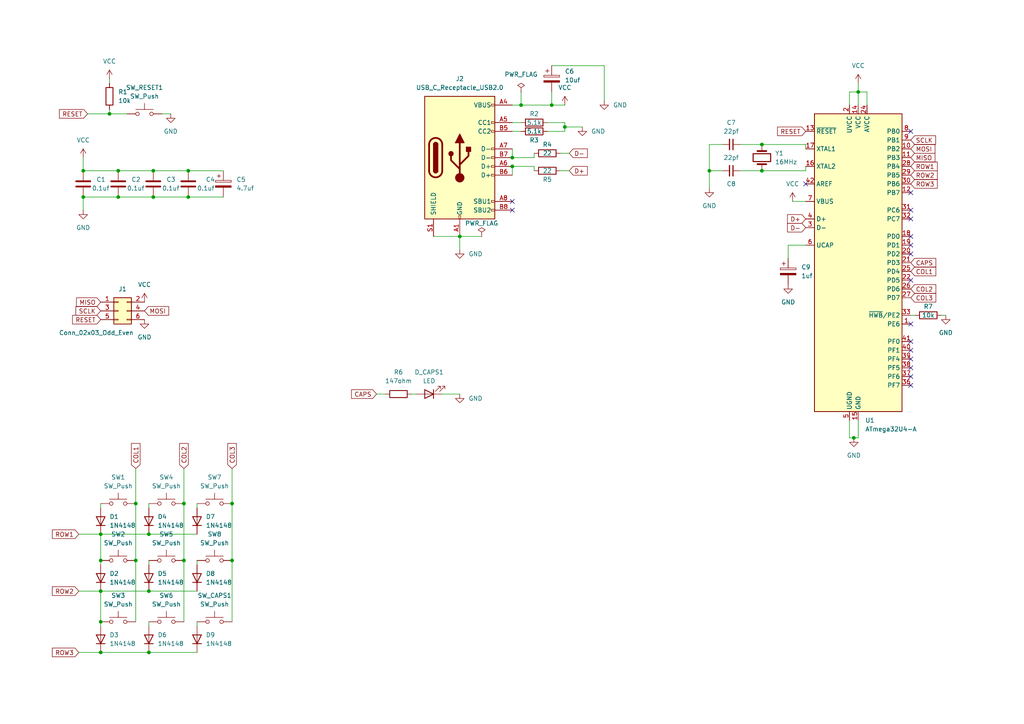
<source format=kicad_sch>
(kicad_sch (version 20211123) (generator eeschema)
  (paper "A4")
  (lib_symbols
    (symbol "Connector:USB_C_Receptacle_USB2.0" (pin_names (offset 1.016))
      (property "Reference" "J" (at -10.16 19.05 0))
      (property "Value" "USB_C_Receptacle_USB2.0" (at 19.05 19.05 0))
      (symbol "USB_C_Receptacle_USB2.0_0_0"
        (rectangle (start -0.254 -17.78) (end 0.254 -16.764))
        (rectangle (start 10.16 -14.986) (end 9.144 -15.494))
        (rectangle (start 10.16 -12.446) (end 9.144 -12.954))
        (rectangle (start 10.16 -4.826) (end 9.144 -5.334))
        (rectangle (start 10.16 -2.286) (end 9.144 -2.794))
        (rectangle (start 10.16 0.254) (end 9.144 -0.254))
        (rectangle (start 10.16 2.794) (end 9.144 2.286))
        (rectangle (start 10.16 7.874) (end 9.144 7.366))
        (rectangle (start 10.16 10.414) (end 9.144 9.906))
        (rectangle (start 10.16 15.494) (end 9.144 14.986))
      )
      (symbol "USB_C_Receptacle_USB2.0_0_1"
        (rectangle (start -10.16 17.78) (end 10.16 -17.78) (stroke (width 0.254)) (fill (type background)))
        (arc (start -8.89 -3.81) (mid -6.985 -5.715) (end -5.08 -3.81) (stroke (width 0.508)))
        (arc (start -7.62 -3.81) (mid -6.985 -4.445) (end -6.35 -3.81) (stroke (width 0.254)))
        (arc (start -7.62 -3.81) (mid -6.985 -4.445) (end -6.35 -3.81) (stroke (width 0.254)) (fill (type outline)))
        (rectangle (start -7.62 -3.81) (end -6.35 3.81) (stroke (width 0.254)) (fill (type outline)))
        (arc (start -6.35 3.81) (mid -6.985 4.445) (end -7.62 3.81) (stroke (width 0.254)))
        (arc (start -6.35 3.81) (mid -6.985 4.445) (end -7.62 3.81) (stroke (width 0.254)) (fill (type outline)))
        (arc (start -5.08 3.81) (mid -6.985 5.715) (end -8.89 3.81) (stroke (width 0.508)))
        (circle (center -2.54 1.143) (radius 0.635) (stroke (width 0.254)) (fill (type outline)))
        (circle (center 0 -5.842) (radius 1.27) (fill (type outline)))
        (polyline (pts (xy -8.89 -3.81) (xy -8.89 3.81)) (stroke (width 0.508)))
        (polyline (pts (xy -5.08 3.81) (xy -5.08 -3.81)) (stroke (width 0.508)))
        (polyline (pts (xy 0 -5.842) (xy 0 4.318)) (stroke (width 0.508)))
        (polyline (pts (xy 0 -3.302) (xy -2.54 -0.762) (xy -2.54 0.508)) (stroke (width 0.508)))
        (polyline (pts (xy 0 -2.032) (xy 2.54 0.508) (xy 2.54 1.778)) (stroke (width 0.508)))
        (polyline (pts (xy -1.27 4.318) (xy 0 6.858) (xy 1.27 4.318) (xy -1.27 4.318)) (stroke (width 0.254)) (fill (type outline)))
        (rectangle (start 1.905 1.778) (end 3.175 3.048) (stroke (width 0.254)) (fill (type outline)))
      )
      (symbol "USB_C_Receptacle_USB2.0_1_1"
        (pin passive line (at 0 -22.86 90) (length 5.08) (name "GND") (number "A1"))
        (pin passive line (at 0 -22.86 90) (length 5.08) hide (name "GND") (number "A12"))
        (pin passive line (at 15.24 15.24 180) (length 5.08) (name "VBUS") (number "A4"))
        (pin bidirectional line (at 15.24 10.16 180) (length 5.08) (name "CC1") (number "A5"))
        (pin bidirectional line (at 15.24 -2.54 180) (length 5.08) (name "D+") (number "A6"))
        (pin bidirectional line (at 15.24 2.54 180) (length 5.08) (name "D-") (number "A7"))
        (pin bidirectional line (at 15.24 -12.7 180) (length 5.08) (name "SBU1") (number "A8"))
        (pin passive line (at 15.24 15.24 180) (length 5.08) hide (name "VBUS") (number "A9"))
        (pin passive line (at 0 -22.86 90) (length 5.08) hide (name "GND") (number "B1"))
        (pin passive line (at 0 -22.86 90) (length 5.08) hide (name "GND") (number "B12"))
        (pin passive line (at 15.24 15.24 180) (length 5.08) hide (name "VBUS") (number "B4"))
        (pin bidirectional line (at 15.24 7.62 180) (length 5.08) (name "CC2") (number "B5"))
        (pin bidirectional line (at 15.24 -5.08 180) (length 5.08) (name "D+") (number "B6"))
        (pin bidirectional line (at 15.24 0 180) (length 5.08) (name "D-") (number "B7"))
        (pin bidirectional line (at 15.24 -15.24 180) (length 5.08) (name "SBU2") (number "B8"))
        (pin passive line (at 15.24 15.24 180) (length 5.08) hide (name "VBUS") (number "B9"))
        (pin passive line (at -7.62 -22.86 90) (length 5.08) (name "SHIELD") (number "S1"))
      )
    )
    (symbol "Connector_Generic:Conn_02x03_Odd_Even" (pin_names (offset 1.016) hide)
      (property "Reference" "J" (at 1.27 5.08 0))
      (property "Value" "Conn_02x03_Odd_Even" (at 1.27 -5.08 0))
      (symbol "Conn_02x03_Odd_Even_1_1"
        (rectangle (start -1.27 -2.413) (end 0 -2.667) (stroke (width 0.1524)))
        (rectangle (start -1.27 0.127) (end 0 -0.127) (stroke (width 0.1524)))
        (rectangle (start -1.27 2.667) (end 0 2.413) (stroke (width 0.1524)))
        (rectangle (start -1.27 3.81) (end 3.81 -3.81) (stroke (width 0.254)) (fill (type background)))
        (rectangle (start 3.81 -2.413) (end 2.54 -2.667) (stroke (width 0.1524)))
        (rectangle (start 3.81 0.127) (end 2.54 -0.127) (stroke (width 0.1524)))
        (rectangle (start 3.81 2.667) (end 2.54 2.413) (stroke (width 0.1524)))
        (pin passive line (at -5.08 2.54 0) (length 3.81) (name "Pin_1") (number "1"))
        (pin passive line (at 7.62 2.54 180) (length 3.81) (name "Pin_2") (number "2"))
        (pin passive line (at -5.08 0 0) (length 3.81) (name "Pin_3") (number "3"))
        (pin passive line (at 7.62 0 180) (length 3.81) (name "Pin_4") (number "4"))
        (pin passive line (at -5.08 -2.54 0) (length 3.81) (name "Pin_5") (number "5"))
        (pin passive line (at 7.62 -2.54 180) (length 3.81) (name "Pin_6") (number "6"))
      )
    )
    (symbol "Device:C" (pin_numbers hide) (pin_names (offset 0.254))
      (property "Reference" "C" (at 0.635 2.54 0))
      (property "Value" "C" (at 0.635 -2.54 0))
      (symbol "C_0_1"
        (polyline (pts (xy -2.032 -0.762) (xy 2.032 -0.762)) (stroke (width 0.508)))
        (polyline (pts (xy -2.032 0.762) (xy 2.032 0.762)) (stroke (width 0.508)))
      )
      (symbol "C_1_1"
        (pin passive line (at 0 3.81 270) (length 2.794) (name "~") (number "1"))
        (pin passive line (at 0 -3.81 90) (length 2.794) (name "~") (number "2"))
      )
    )
    (symbol "Device:C_Polarized" (pin_numbers hide) (pin_names (offset 0.254))
      (property "Reference" "C" (at 0.635 2.54 0))
      (property "Value" "C_Polarized" (at 0.635 -2.54 0))
      (symbol "C_Polarized_0_1"
        (rectangle (start -2.286 0.508) (end 2.286 1.016))
        (polyline (pts (xy -1.778 2.286) (xy -0.762 2.286)))
        (polyline (pts (xy -1.27 2.794) (xy -1.27 1.778)))
        (rectangle (start 2.286 -0.508) (end -2.286 -1.016) (fill (type outline)))
      )
      (symbol "C_Polarized_1_1"
        (pin passive line (at 0 3.81 270) (length 2.794) (name "~") (number "1"))
        (pin passive line (at 0 -3.81 90) (length 2.794) (name "~") (number "2"))
      )
    )
    (symbol "Device:C_Small" (pin_numbers hide) (pin_names (offset 0.254) hide)
      (property "Reference" "C" (at 0.254 1.778 0))
      (property "Value" "C_Small" (at 0.254 -2.032 0))
      (symbol "C_Small_0_1"
        (polyline (pts (xy -1.524 -0.508) (xy 1.524 -0.508)) (stroke (width 0.3302)))
        (polyline (pts (xy -1.524 0.508) (xy 1.524 0.508)) (stroke (width 0.3048)))
      )
      (symbol "C_Small_1_1"
        (pin passive line (at 0 2.54 270) (length 2.032) (name "~") (number "1"))
        (pin passive line (at 0 -2.54 90) (length 2.032) (name "~") (number "2"))
      )
    )
    (symbol "Device:Crystal" (pin_numbers hide) (pin_names (offset 1.016) hide)
      (property "Reference" "Y" (at 0 3.81 0))
      (property "Value" "Crystal" (at 0 -3.81 0))
      (symbol "Crystal_0_1"
        (rectangle (start -1.143 2.54) (end 1.143 -2.54) (stroke (width 0.3048)))
        (polyline (pts (xy -2.54 0) (xy -1.905 0)))
        (polyline (pts (xy -1.905 -1.27) (xy -1.905 1.27)) (stroke (width 0.508)))
        (polyline (pts (xy 1.905 -1.27) (xy 1.905 1.27)) (stroke (width 0.508)))
        (polyline (pts (xy 2.54 0) (xy 1.905 0)))
      )
      (symbol "Crystal_1_1"
        (pin passive line (at -3.81 0 0) (length 1.27) (name "1") (number "1"))
        (pin passive line (at 3.81 0 180) (length 1.27) (name "2") (number "2"))
      )
    )
    (symbol "Device:LED" (pin_numbers hide) (pin_names (offset 1.016) hide)
      (property "Reference" "D" (at 0 2.54 0))
      (property "Value" "LED" (at 0 -2.54 0))
      (symbol "LED_0_1"
        (polyline (pts (xy -1.27 -1.27) (xy -1.27 1.27)) (stroke (width 0.254)))
        (polyline (pts (xy -1.27 0) (xy 1.27 0)))
        (polyline (pts (xy 1.27 -1.27) (xy 1.27 1.27) (xy -1.27 0) (xy 1.27 -1.27)) (stroke (width 0.254)))
        (polyline (pts (xy -3.048 -0.762) (xy -4.572 -2.286) (xy -3.81 -2.286) (xy -4.572 -2.286) (xy -4.572 -1.524)))
        (polyline (pts (xy -1.778 -0.762) (xy -3.302 -2.286) (xy -2.54 -2.286) (xy -3.302 -2.286) (xy -3.302 -1.524)))
      )
      (symbol "LED_1_1"
        (pin passive line (at -3.81 0 0) (length 2.54) (name "K") (number "1"))
        (pin passive line (at 3.81 0 180) (length 2.54) (name "A") (number "2"))
      )
    )
    (symbol "Device:R" (pin_numbers hide) (pin_names (offset 0))
      (property "Reference" "R" (at 2.032 0 90))
      (property "Value" "R" (at 0 0 90))
      (symbol "R_0_1"
        (rectangle (start -1.016 -2.54) (end 1.016 2.54) (stroke (width 0.254)))
      )
      (symbol "R_1_1"
        (pin passive line (at 0 3.81 270) (length 1.27) (name "~") (number "1"))
        (pin passive line (at 0 -3.81 90) (length 1.27) (name "~") (number "2"))
      )
    )
    (symbol "Diode:1N4148" (pin_numbers hide) (pin_names hide)
      (property "Reference" "D" (at 0 2.54 0))
      (property "Value" "1N4148" (at 0 -2.54 0))
      (symbol "1N4148_0_1"
        (polyline (pts (xy -1.27 1.27) (xy -1.27 -1.27)) (stroke (width 0.254)))
        (polyline (pts (xy 1.27 0) (xy -1.27 0)))
        (polyline (pts (xy 1.27 1.27) (xy 1.27 -1.27) (xy -1.27 0) (xy 1.27 1.27)) (stroke (width 0.254)))
      )
      (symbol "1N4148_1_1"
        (pin passive line (at -3.81 0 0) (length 2.54) (name "K") (number "1"))
        (pin passive line (at 3.81 0 180) (length 2.54) (name "A") (number "2"))
      )
    )
    (symbol "MCU_Microchip_ATmega:ATmega32U4-A"
      (property "Reference" "U" (at -12.7 44.45 0))
      (property "Value" "ATmega32U4-A" (at 2.54 -44.45 0))
      (symbol "ATmega32U4-A_0_1"
        (rectangle (start -12.7 -43.18) (end 12.7 43.18) (stroke (width 0.254)) (fill (type background)))
      )
      (symbol "ATmega32U4-A_1_1"
        (pin bidirectional line (at 15.24 -17.78 180) (length 2.54) (name "PE6") (number "1"))
        (pin bidirectional line (at 15.24 33.02 180) (length 2.54) (name "PB2") (number "10"))
        (pin bidirectional line (at 15.24 30.48 180) (length 2.54) (name "PB3") (number "11"))
        (pin bidirectional line (at 15.24 20.32 180) (length 2.54) (name "PB7") (number "12"))
        (pin input line (at -15.24 38.1 0) (length 2.54) (name "~{RESET}") (number "13"))
        (pin power_in line (at 0 45.72 270) (length 2.54) (name "VCC") (number "14"))
        (pin power_in line (at 0 -45.72 90) (length 2.54) (name "GND") (number "15"))
        (pin output line (at -15.24 27.94 0) (length 2.54) (name "XTAL2") (number "16"))
        (pin input line (at -15.24 33.02 0) (length 2.54) (name "XTAL1") (number "17"))
        (pin bidirectional line (at 15.24 7.62 180) (length 2.54) (name "PD0") (number "18"))
        (pin bidirectional line (at 15.24 5.08 180) (length 2.54) (name "PD1") (number "19"))
        (pin power_in line (at -2.54 45.72 270) (length 2.54) (name "UVCC") (number "2"))
        (pin bidirectional line (at 15.24 2.54 180) (length 2.54) (name "PD2") (number "20"))
        (pin bidirectional line (at 15.24 0 180) (length 2.54) (name "PD3") (number "21"))
        (pin bidirectional line (at 15.24 -5.08 180) (length 2.54) (name "PD5") (number "22"))
        (pin passive line (at 0 -45.72 90) (length 2.54) hide (name "GND") (number "23"))
        (pin power_in line (at 2.54 45.72 270) (length 2.54) (name "AVCC") (number "24"))
        (pin bidirectional line (at 15.24 -2.54 180) (length 2.54) (name "PD4") (number "25"))
        (pin bidirectional line (at 15.24 -7.62 180) (length 2.54) (name "PD6") (number "26"))
        (pin bidirectional line (at 15.24 -10.16 180) (length 2.54) (name "PD7") (number "27"))
        (pin bidirectional line (at 15.24 27.94 180) (length 2.54) (name "PB4") (number "28"))
        (pin bidirectional line (at 15.24 25.4 180) (length 2.54) (name "PB5") (number "29"))
        (pin bidirectional line (at -15.24 10.16 0) (length 2.54) (name "D-") (number "3"))
        (pin bidirectional line (at 15.24 22.86 180) (length 2.54) (name "PB6") (number "30"))
        (pin bidirectional line (at 15.24 15.24 180) (length 2.54) (name "PC6") (number "31"))
        (pin bidirectional line (at 15.24 12.7 180) (length 2.54) (name "PC7") (number "32"))
        (pin bidirectional line (at 15.24 -15.24 180) (length 2.54) (name "~{HWB}/PE2") (number "33"))
        (pin passive line (at 0 45.72 270) (length 2.54) hide (name "VCC") (number "34"))
        (pin passive line (at 0 -45.72 90) (length 2.54) hide (name "GND") (number "35"))
        (pin bidirectional line (at 15.24 -35.56 180) (length 2.54) (name "PF7") (number "36"))
        (pin bidirectional line (at 15.24 -33.02 180) (length 2.54) (name "PF6") (number "37"))
        (pin bidirectional line (at 15.24 -30.48 180) (length 2.54) (name "PF5") (number "38"))
        (pin bidirectional line (at 15.24 -27.94 180) (length 2.54) (name "PF4") (number "39"))
        (pin bidirectional line (at -15.24 12.7 0) (length 2.54) (name "D+") (number "4"))
        (pin bidirectional line (at 15.24 -25.4 180) (length 2.54) (name "PF1") (number "40"))
        (pin bidirectional line (at 15.24 -22.86 180) (length 2.54) (name "PF0") (number "41"))
        (pin passive line (at -15.24 22.86 0) (length 2.54) (name "AREF") (number "42"))
        (pin passive line (at 0 -45.72 90) (length 2.54) hide (name "GND") (number "43"))
        (pin passive line (at 2.54 45.72 270) (length 2.54) hide (name "AVCC") (number "44"))
        (pin passive line (at -2.54 -45.72 90) (length 2.54) (name "UGND") (number "5"))
        (pin passive line (at -15.24 5.08 0) (length 2.54) (name "UCAP") (number "6"))
        (pin input line (at -15.24 17.78 0) (length 2.54) (name "VBUS") (number "7"))
        (pin bidirectional line (at 15.24 38.1 180) (length 2.54) (name "PB0") (number "8"))
        (pin bidirectional line (at 15.24 35.56 180) (length 2.54) (name "PB1") (number "9"))
      )
    )
    (symbol "Switch:SW_Push" (pin_numbers hide) (pin_names (offset 1.016) hide)
      (property "Reference" "SW" (at 1.27 2.54 0))
      (property "Value" "SW_Push" (at 0 -1.524 0))
      (symbol "SW_Push_0_1"
        (circle (center -2.032 0) (radius 0.508))
        (polyline (pts (xy 0 1.27) (xy 0 3.048)))
        (polyline (pts (xy 2.54 1.27) (xy -2.54 1.27)))
        (circle (center 2.032 0) (radius 0.508))
        (pin passive line (at -5.08 0 0) (length 2.54) (name "1") (number "1"))
        (pin passive line (at 5.08 0 180) (length 2.54) (name "2") (number "2"))
      )
    )
    (symbol "power:GND" (power) (pin_names (offset 0))
      (property "Value" "GND" (at 0 -3.81 0))
      (symbol "GND_0_1"
        (polyline (pts (xy 0 0) (xy 0 -1.27) (xy 1.27 -1.27) (xy 0 -2.54) (xy -1.27 -1.27) (xy 0 -1.27)))
      )
      (symbol "GND_1_1"
        (pin power_in line (at 0 0 270) (length 0) hide (name "GND") (number "1"))
      )
    )
    (symbol "power:PWR_FLAG" (power) (pin_numbers hide) (pin_names (offset 0) hide)
      (property "Value" "PWR_FLAG" (at 0 3.81 0))
      (symbol "PWR_FLAG_0_0"
        (pin power_out line (at 0 0 90) (length 0) (name "pwr") (number "1"))
      )
      (symbol "PWR_FLAG_0_1"
        (polyline (pts (xy 0 0) (xy 0 1.27) (xy -1.016 1.905) (xy 0 2.54) (xy 1.016 1.905) (xy 0 1.27)))
      )
    )
    (symbol "power:VCC" (power) (pin_names (offset 0))
      (property "Value" "VCC" (at 0 3.81 0))
      (symbol "VCC_0_1"
        (polyline (pts (xy -0.762 1.27) (xy 0 2.54)))
        (polyline (pts (xy 0 0) (xy 0 2.54)))
        (polyline (pts (xy 0 2.54) (xy 0.762 1.27)))
      )
      (symbol "VCC_1_1"
        (pin power_in line (at 0 0 90) (length 0) hide (name "VCC") (number "1"))
      )
    )
  )
  (junction (at 220.98 41.91))
  (junction (at 29.21 189.23))
  (junction (at 247.65 127))
  (junction (at 67.31 146.05))
  (junction (at 148.59 45.72))
  (junction (at 39.37 146.05))
  (junction (at 248.92 26.67))
  (junction (at 29.21 171.45))
  (junction (at 43.18 189.23))
  (junction (at 54.61 57.15))
  (junction (at 54.61 49.53))
  (junction (at 31.75 33.02))
  (junction (at 39.37 162.56))
  (junction (at 163.83 36.83))
  (junction (at 205.74 49.53))
  (junction (at 24.13 49.53))
  (junction (at 151.13 30.48))
  (junction (at 53.34 162.56))
  (junction (at 29.21 180.34))
  (junction (at 44.45 49.53))
  (junction (at 160.02 30.48))
  (junction (at 24.13 57.15))
  (junction (at 43.18 154.94))
  (junction (at 148.59 48.26))
  (junction (at 67.31 162.56))
  (junction (at 53.34 146.05))
  (junction (at 220.98 49.53))
  (junction (at 44.45 57.15))
  (junction (at 29.21 162.56))
  (junction (at 34.29 57.15))
  (junction (at 29.21 154.94))
  (junction (at 133.35 68.58))
  (junction (at 34.29 49.53))
  (junction (at 43.18 171.45))
  (no_connect (at 148.59 60.96))
  (no_connect (at 148.59 58.42))
  (no_connect (at 264.16 101.6))
  (no_connect (at 264.16 104.14))
  (no_connect (at 264.16 106.68))
  (no_connect (at 264.16 109.22))
  (no_connect (at 264.16 99.06))
  (no_connect (at 264.16 81.28))
  (no_connect (at 264.16 63.5))
  (no_connect (at 264.16 68.58))
  (no_connect (at 264.16 71.12))
  (no_connect (at 264.16 73.66))
  (no_connect (at 264.16 93.98))
  (no_connect (at 264.16 111.76))
  (no_connect (at 233.68 53.34))
  (no_connect (at 264.16 38.1))
  (no_connect (at 264.16 60.96))
  (no_connect (at 264.16 55.88))
  (wire (pts (xy 29.21 189.23) (xy 43.18 189.23)))
  (wire (pts (xy 39.37 146.05) (xy 39.37 162.56)))
  (wire (pts (xy 246.38 127) (xy 247.65 127)))
  (wire (pts (xy 53.34 162.56) (xy 53.34 180.34)))
  (wire (pts (xy 233.68 41.91) (xy 220.98 41.91)))
  (wire (pts (xy 214.63 41.91) (xy 220.98 41.91)))
  (wire (pts (xy 148.59 35.56) (xy 151.13 35.56)))
  (wire (pts (xy 67.31 146.05) (xy 67.31 162.56)))
  (wire (pts (xy 148.59 48.26) (xy 148.59 50.8)))
  (wire (pts (xy 148.59 48.26) (xy 154.94 48.26)))
  (wire (pts (xy 151.13 26.67) (xy 151.13 30.48)))
  (wire (pts (xy 67.31 135.89) (xy 67.31 146.05)))
  (wire (pts (xy 246.38 30.48) (xy 246.38 26.67)))
  (wire (pts (xy 39.37 135.89) (xy 39.37 146.05)))
  (wire (pts (xy 43.18 180.34) (xy 43.18 181.61)))
  (wire (pts (xy 29.21 162.56) (xy 29.21 163.83)))
  (wire (pts (xy 160.02 19.05) (xy 175.26 19.05)))
  (wire (pts (xy 39.37 162.56) (xy 39.37 180.34)))
  (wire (pts (xy 251.46 30.48) (xy 251.46 26.67)))
  (wire (pts (xy 158.75 35.56) (xy 163.83 35.56)))
  (wire (pts (xy 29.21 154.94) (xy 29.21 162.56)))
  (wire (pts (xy 248.92 26.67) (xy 248.92 30.48)))
  (wire (pts (xy 229.87 58.42) (xy 233.68 58.42)))
  (wire (pts (xy 29.21 171.45) (xy 43.18 171.45)))
  (wire (pts (xy 233.68 43.18) (xy 233.68 41.91)))
  (wire (pts (xy 46.99 33.02) (xy 49.53 33.02)))
  (wire (pts (xy 214.63 49.53) (xy 220.98 49.53)))
  (wire (pts (xy 53.34 135.89) (xy 53.34 146.05)))
  (wire (pts (xy 24.13 57.15) (xy 24.13 60.96)))
  (wire (pts (xy 133.35 68.58) (xy 139.7 68.58)))
  (wire (pts (xy 119.38 114.3) (xy 120.65 114.3)))
  (wire (pts (xy 246.38 26.67) (xy 248.92 26.67)))
  (wire (pts (xy 205.74 49.53) (xy 205.74 54.61)))
  (wire (pts (xy 43.18 154.94) (xy 57.15 154.94)))
  (wire (pts (xy 264.16 91.44) (xy 265.43 91.44)))
  (wire (pts (xy 163.83 36.83) (xy 163.83 38.1)))
  (wire (pts (xy 163.83 36.83) (xy 168.91 36.83)))
  (wire (pts (xy 233.68 49.53) (xy 220.98 49.53)))
  (wire (pts (xy 29.21 154.94) (xy 43.18 154.94)))
  (wire (pts (xy 162.56 49.53) (xy 165.1 49.53)))
  (wire (pts (xy 209.55 41.91) (xy 205.74 41.91)))
  (wire (pts (xy 43.18 162.56) (xy 43.18 163.83)))
  (wire (pts (xy 54.61 57.15) (xy 64.77 57.15)))
  (wire (pts (xy 57.15 146.05) (xy 57.15 147.32)))
  (wire (pts (xy 148.59 45.72) (xy 154.94 45.72)))
  (wire (pts (xy 24.13 49.53) (xy 34.29 49.53)))
  (wire (pts (xy 128.27 114.3) (xy 133.35 114.3)))
  (wire (pts (xy 43.18 146.05) (xy 43.18 147.32)))
  (wire (pts (xy 175.26 19.05) (xy 175.26 29.21)))
  (wire (pts (xy 228.6 71.12) (xy 233.68 71.12)))
  (wire (pts (xy 163.83 38.1) (xy 158.75 38.1)))
  (wire (pts (xy 163.83 35.56) (xy 163.83 36.83)))
  (wire (pts (xy 246.38 121.92) (xy 246.38 127)))
  (wire (pts (xy 163.83 30.48) (xy 160.02 30.48)))
  (wire (pts (xy 22.86 189.23) (xy 29.21 189.23)))
  (wire (pts (xy 248.92 121.92) (xy 248.92 127)))
  (wire (pts (xy 29.21 180.34) (xy 29.21 181.61)))
  (wire (pts (xy 228.6 74.93) (xy 228.6 71.12)))
  (wire (pts (xy 154.94 45.72) (xy 154.94 44.45)))
  (wire (pts (xy 43.18 171.45) (xy 57.15 171.45)))
  (wire (pts (xy 151.13 30.48) (xy 148.59 30.48)))
  (wire (pts (xy 31.75 33.02) (xy 36.83 33.02)))
  (wire (pts (xy 22.86 171.45) (xy 29.21 171.45)))
  (wire (pts (xy 160.02 26.67) (xy 160.02 30.48)))
  (wire (pts (xy 233.68 48.26) (xy 233.68 49.53)))
  (wire (pts (xy 44.45 49.53) (xy 54.61 49.53)))
  (wire (pts (xy 109.22 114.3) (xy 111.76 114.3)))
  (wire (pts (xy 154.94 48.26) (xy 154.94 49.53)))
  (wire (pts (xy 29.21 146.05) (xy 29.21 147.32)))
  (wire (pts (xy 165.1 44.45) (xy 162.56 44.45)))
  (wire (pts (xy 31.75 31.75) (xy 31.75 33.02)))
  (wire (pts (xy 31.75 22.86) (xy 31.75 24.13)))
  (wire (pts (xy 57.15 162.56) (xy 57.15 163.83)))
  (wire (pts (xy 133.35 68.58) (xy 133.35 72.39)))
  (wire (pts (xy 22.86 154.94) (xy 29.21 154.94)))
  (wire (pts (xy 57.15 180.34) (xy 57.15 181.61)))
  (wire (pts (xy 25.4 33.02) (xy 31.75 33.02)))
  (wire (pts (xy 43.18 189.23) (xy 57.15 189.23)))
  (wire (pts (xy 125.73 68.58) (xy 133.35 68.58)))
  (wire (pts (xy 151.13 30.48) (xy 160.02 30.48)))
  (wire (pts (xy 205.74 49.53) (xy 209.55 49.53)))
  (wire (pts (xy 248.92 127) (xy 247.65 127)))
  (wire (pts (xy 148.59 38.1) (xy 151.13 38.1)))
  (wire (pts (xy 24.13 45.72) (xy 24.13 49.53)))
  (wire (pts (xy 273.05 91.44) (xy 274.32 91.44)))
  (wire (pts (xy 34.29 57.15) (xy 44.45 57.15)))
  (wire (pts (xy 44.45 57.15) (xy 54.61 57.15)))
  (wire (pts (xy 205.74 41.91) (xy 205.74 49.53)))
  (wire (pts (xy 67.31 162.56) (xy 67.31 180.34)))
  (wire (pts (xy 24.13 57.15) (xy 34.29 57.15)))
  (wire (pts (xy 251.46 26.67) (xy 248.92 26.67)))
  (wire (pts (xy 54.61 49.53) (xy 64.77 49.53)))
  (wire (pts (xy 248.92 24.13) (xy 248.92 26.67)))
  (wire (pts (xy 29.21 171.45) (xy 29.21 180.34)))
  (wire (pts (xy 148.59 43.18) (xy 148.59 45.72)))
  (wire (pts (xy 34.29 49.53) (xy 44.45 49.53)))
  (wire (pts (xy 53.34 146.05) (xy 53.34 162.56)))
  (global_label "MOSI" (shape input) (at 41.91 90.17 0) (property "Intersheet References" "${INTERSHEET_REFS}" (effects hide)))
  (global_label "COL2" (shape input) (at 264.16 83.82 0) (property "Intersheet References" "${INTERSHEET_REFS}" (effects hide)))
  (global_label "RESET" (shape input) (at 29.21 92.71 180) (property "Intersheet References" "${INTERSHEET_REFS}" (effects hide)))
  (global_label "COL1" (shape input) (at 264.16 78.74 0) (property "Intersheet References" "${INTERSHEET_REFS}" (effects hide)))
  (global_label "SCLK" (shape input) (at 29.21 90.17 180) (property "Intersheet References" "${INTERSHEET_REFS}" (effects hide)))
  (global_label "ROW1" (shape input) (at 264.16 48.26 0) (property "Intersheet References" "${INTERSHEET_REFS}" (effects hide)))
  (global_label "ROW2" (shape input) (at 264.16 50.8 0) (property "Intersheet References" "${INTERSHEET_REFS}" (effects hide)))
  (global_label "MISO" (shape input) (at 29.21 87.63 180) (property "Intersheet References" "${INTERSHEET_REFS}" (effects hide)))
  (global_label "COL3" (shape input) (at 67.31 135.89 90) (property "Intersheet References" "${INTERSHEET_REFS}" (effects hide)))
  (global_label "D-" (shape input) (at 165.1 44.45 0) (property "Intersheet References" "${INTERSHEET_REFS}" (effects hide)))
  (global_label "CAPS" (shape input) (at 109.22 114.3 180) (property "Intersheet References" "${INTERSHEET_REFS}" (effects hide)))
  (global_label "SCLK" (shape input) (at 264.16 40.64 0) (property "Intersheet References" "${INTERSHEET_REFS}" (effects hide)))
  (global_label "ROW3" (shape input) (at 22.86 189.23 180) (property "Intersheet References" "${INTERSHEET_REFS}" (effects hide)))
  (global_label "D+" (shape input) (at 233.68 63.5 180) (property "Intersheet References" "${INTERSHEET_REFS}" (effects hide)))
  (global_label "COL1" (shape input) (at 39.37 135.89 90) (property "Intersheet References" "${INTERSHEET_REFS}" (effects hide)))
  (global_label "CAPS" (shape input) (at 264.16 76.2 0) (property "Intersheet References" "${INTERSHEET_REFS}" (effects hide)))
  (global_label "RESET" (shape input) (at 233.68 38.1 180) (property "Intersheet References" "${INTERSHEET_REFS}" (effects hide)))
  (global_label "MOSI" (shape input) (at 264.16 43.18 0) (property "Intersheet References" "${INTERSHEET_REFS}" (effects hide)))
  (global_label "D-" (shape input) (at 233.68 66.04 180) (property "Intersheet References" "${INTERSHEET_REFS}" (effects hide)))
  (global_label "D+" (shape input) (at 165.1 49.53 0) (property "Intersheet References" "${INTERSHEET_REFS}" (effects hide)))
  (global_label "RESET" (shape input) (at 25.4 33.02 180) (property "Intersheet References" "${INTERSHEET_REFS}" (effects hide)))
  (global_label "ROW1" (shape input) (at 22.86 154.94 180) (property "Intersheet References" "${INTERSHEET_REFS}" (effects hide)))
  (global_label "MISO" (shape input) (at 264.16 45.72 0) (property "Intersheet References" "${INTERSHEET_REFS}" (effects hide)))
  (global_label "COL2" (shape input) (at 53.34 135.89 90) (property "Intersheet References" "${INTERSHEET_REFS}" (effects hide)))
  (global_label "ROW2" (shape input) (at 22.86 171.45 180) (property "Intersheet References" "${INTERSHEET_REFS}" (effects hide)))
  (global_label "COL3" (shape input) (at 264.16 86.36 0) (property "Intersheet References" "${INTERSHEET_REFS}" (effects hide)))
  (global_label "ROW3" (shape input) (at 264.16 53.34 0) (property "Intersheet References" "${INTERSHEET_REFS}" (effects hide)))
  (symbol (lib_id "Switch:SW_Push") (at 62.23 146.05 0) (unit 1)
    (property "Reference" "SW7" (at 62.23 138.43 0))
    (property "Value" "SW_Push" (at 62.23 140.97 0))
    (property "Footprint" "Button - Alternate:SW_4-1437565-0" (effects hide))
  )
  (symbol (lib_id "power:GND") (at 49.53 33.02 0) (unit 1)
    (property "Reference" "#PWR06" (effects hide))
    (property "Value" "GND" (at 49.53 38.1 0))
  )
  (symbol (lib_id "Device:C_Small") (at 212.09 49.53 270) (unit 1)
    (property "Reference" "C8" (at 212.09 53.34 90))
    (property "Value" "22pf" (at 212.0836 45.72 90))
    (property "Footprint" "Capacitor_THT:C_Disc_D3.0mm_W1.6mm_P2.50mm" (effects hide))
  )
  (symbol (lib_id "Switch:SW_Push") (at 34.29 162.56 0) (unit 1)
    (property "Reference" "SW2" (at 34.29 154.94 0))
    (property "Value" "SW_Push" (at 34.29 157.48 0))
    (property "Footprint" "Button - Alternate:SW_4-1437565-0" (effects hide))
  )
  (symbol (lib_id "Switch:SW_Push") (at 34.29 180.34 0) (unit 1)
    (property "Reference" "SW3" (at 34.29 172.72 0))
    (property "Value" "SW_Push" (at 34.29 175.26 0))
    (property "Footprint" "Button - Alternate:SW_4-1437565-0" (effects hide))
  )
  (symbol (lib_id "Device:R") (at 154.94 35.56 90) (unit 1)
    (property "Reference" "R2" (at 154.94 33.02 90))
    (property "Value" "5.1k" (at 154.94 35.56 90))
    (property "Footprint" "Resistor_THT:R_Axial_DIN0207_L6.3mm_D2.5mm_P7.62mm_Horizontal" (effects hide))
  )
  (symbol (lib_id "power:GND") (at 41.91 92.71 0) (unit 1)
    (property "Reference" "#PWR05" (effects hide))
    (property "Value" "GND" (at 41.91 97.79 0))
  )
  (symbol (lib_id "Device:C") (at 24.13 53.34 0) (unit 1)
    (property "Reference" "C1" (at 27.94 52.0699 0) (effects (justify left)))
    (property "Value" "0.1uf" (at 26.67 54.61 0) (effects (justify left)))
    (property "Footprint" "Capacitor_THT:C_Rect_L7.0mm_W2.0mm_P5.00mm" (effects hide))
  )
  (symbol (lib_id "power:VCC") (at 163.83 30.48 0) (unit 1)
    (property "Reference" "#PWR08" (effects hide))
    (property "Value" "VCC" (at 163.83 25.4 0))
  )
  (symbol (lib_id "Device:C") (at 34.29 53.34 0) (unit 1)
    (property "Reference" "C2" (at 38.1 52.0699 0) (effects (justify left)))
    (property "Value" "0.1uf" (at 36.83 54.61 0) (effects (justify left)))
    (property "Footprint" "Capacitor_THT:C_Rect_L7.0mm_W2.0mm_P5.00mm" (effects hide))
  )
  (symbol (lib_id "Switch:SW_Push") (at 41.91 33.02 0) (unit 1)
    (property "Reference" "SW_RESET1" (at 41.91 25.4 0))
    (property "Value" "SW_Push" (at 41.91 27.94 0))
    (property "Footprint" "Button - Alternate:SW_4-1437565-0" (effects hide))
  )
  (symbol (lib_id "power:GND") (at 24.13 60.96 0) (unit 1)
    (property "Reference" "#PWR02" (effects hide))
    (property "Value" "GND" (at 24.13 66.04 0))
  )
  (symbol (lib_id "Device:R") (at 158.75 44.45 270) (unit 1)
    (property "Reference" "R4" (at 158.75 41.91 90))
    (property "Value" "22" (at 158.75 44.45 90))
    (property "Footprint" "Resistor_THT:R_Axial_DIN0207_L6.3mm_D2.5mm_P7.62mm_Horizontal" (effects hide))
  )
  (symbol (lib_id "Diode:1N4148") (at 57.15 167.64 90) (unit 1)
    (property "Reference" "D8" (at 59.69 166.3699 90) (effects (justify right)))
    (property "Value" "1N4148" (at 59.69 168.9099 90) (effects (justify right)))
    (property "Footprint" "Diode_THT:D_DO-35_SOD27_P7.62mm_Horizontal" (effects hide))
    (property "Datasheet" "https://assets.nexperia.com/documents/data-sheet/1N4148_1N4448.pdf" (effects hide))
  )
  (symbol (lib_id "Device:R") (at 154.94 38.1 90) (unit 1)
    (property "Reference" "R3" (at 154.94 40.64 90))
    (property "Value" "5.1k" (at 154.94 38.1 90))
    (property "Footprint" "Resistor_THT:R_Axial_DIN0207_L6.3mm_D2.5mm_P7.62mm_Horizontal" (effects hide))
  )
  (symbol (lib_id "Device:C_Polarized") (at 160.02 22.86 0) (unit 1)
    (property "Reference" "C6" (at 163.83 20.7009 0) (effects (justify left)))
    (property "Value" "10uf" (at 163.83 23.2409 0) (effects (justify left)))
    (property "Footprint" "Capacitor_THT:CP_Radial_D4.0mm_P1.50mm" (effects hide))
  )
  (symbol (lib_id "Diode:1N4148") (at 43.18 185.42 90) (unit 1)
    (property "Reference" "D6" (at 45.72 184.1499 90) (effects (justify right)))
    (property "Value" "1N4148" (at 45.72 186.6899 90) (effects (justify right)))
    (property "Footprint" "Diode_THT:D_DO-35_SOD27_P7.62mm_Horizontal" (effects hide))
    (property "Datasheet" "https://assets.nexperia.com/documents/data-sheet/1N4148_1N4448.pdf" (effects hide))
  )
  (symbol (lib_id "Switch:SW_Push") (at 48.26 180.34 0) (unit 1)
    (property "Reference" "SW6" (at 48.26 172.72 0))
    (property "Value" "SW_Push" (at 48.26 175.26 0))
    (property "Footprint" "Button - Alternate:SW_4-1437565-0" (effects hide))
  )
  (symbol (lib_id "Device:R") (at 31.75 27.94 0) (unit 1)
    (property "Reference" "R1" (at 34.29 26.6699 0) (effects (justify left)))
    (property "Value" "10k" (at 34.29 29.2099 0) (effects (justify left)))
    (property "Footprint" "Resistor_THT:R_Axial_DIN0207_L6.3mm_D2.5mm_P7.62mm_Horizontal" (effects hide))
  )
  (symbol (lib_id "power:GND") (at 133.35 72.39 0) (unit 1)
    (property "Reference" "#PWR07" (effects hide))
    (property "Value" "GND" (at 135.89 73.6599 0) (effects (justify left)))
  )
  (symbol (lib_id "Switch:SW_Push") (at 48.26 146.05 0) (unit 1)
    (property "Reference" "SW4" (at 48.26 138.43 0))
    (property "Value" "SW_Push" (at 48.26 140.97 0))
    (property "Footprint" "Button - Alternate:SW_4-1437565-0" (effects hide))
  )
  (symbol (lib_id "power:GND") (at 205.74 54.61 0) (unit 1)
    (property "Reference" "#PWR011" (effects hide))
    (property "Value" "GND" (at 205.74 59.69 0))
  )
  (symbol (lib_id "Diode:1N4148") (at 43.18 151.13 90) (unit 1)
    (property "Reference" "D4" (at 45.72 149.8599 90) (effects (justify right)))
    (property "Value" "1N4148" (at 45.72 152.3999 90) (effects (justify right)))
    (property "Footprint" "Diode_THT:D_DO-35_SOD27_P7.62mm_Horizontal" (effects hide))
    (property "Datasheet" "https://assets.nexperia.com/documents/data-sheet/1N4148_1N4448.pdf" (effects hide))
  )
  (symbol (lib_id "Device:R") (at 269.24 91.44 90) (unit 1)
    (property "Reference" "R7" (at 269.24 88.9 90))
    (property "Value" "10k" (at 269.24 91.44 90))
    (property "Footprint" "Resistor_THT:R_Axial_DIN0207_L6.3mm_D2.5mm_P7.62mm_Horizontal" (effects hide))
  )
  (symbol (lib_id "Diode:1N4148") (at 57.15 185.42 90) (unit 1)
    (property "Reference" "D9" (at 59.69 184.1499 90) (effects (justify right)))
    (property "Value" "1N4148" (at 59.69 186.6899 90) (effects (justify right)))
    (property "Footprint" "Diode_THT:D_DO-35_SOD27_P7.62mm_Horizontal" (effects hide))
    (property "Datasheet" "https://assets.nexperia.com/documents/data-sheet/1N4148_1N4448.pdf" (effects hide))
  )
  (symbol (lib_id "Device:R") (at 115.57 114.3 90) (unit 1)
    (property "Reference" "R6" (at 115.57 107.95 90))
    (property "Value" "147ohm" (at 115.57 110.49 90))
    (property "Footprint" "Resistor_THT:R_Axial_DIN0207_L6.3mm_D2.5mm_P7.62mm_Horizontal" (effects hide))
  )
  (symbol (lib_id "Switch:SW_Push") (at 62.23 180.34 0) (unit 1)
    (property "Reference" "SW_CAPS1" (at 62.23 172.72 0))
    (property "Value" "SW_Push" (at 62.23 175.26 0))
    (property "Footprint" "Button - Alternate:SW_4-1437565-0" (effects hide))
  )
  (symbol (lib_id "Diode:1N4148") (at 43.18 167.64 90) (unit 1)
    (property "Reference" "D5" (at 45.72 166.3699 90) (effects (justify right)))
    (property "Value" "1N4148" (at 45.72 168.9099 90) (effects (justify right)))
    (property "Footprint" "Diode_THT:D_DO-35_SOD27_P7.62mm_Horizontal" (effects hide))
    (property "Datasheet" "https://assets.nexperia.com/documents/data-sheet/1N4148_1N4448.pdf" (effects hide))
  )
  (symbol (lib_id "power:GND") (at 274.32 91.44 0) (unit 1)
    (property "Reference" "#PWR016" (effects hide))
    (property "Value" "GND" (at 274.32 96.52 0))
  )
  (symbol (lib_id "Connector:USB_C_Receptacle_USB2.0") (at 133.35 45.72 0) (unit 1)
    (property "Reference" "J2" (at 133.35 22.86 0))
    (property "Value" "USB_C_Receptacle_USB2.0" (at 133.35 25.4 0))
    (property "Footprint" "Connector_USB:USB_C_Receptacle_HRO_TYPE-C-31-M-12" (effects hide))
    (property "Datasheet" "https://www.usb.org/sites/default/files/documents/usb_type-c.zip" (effects hide))
  )
  (symbol (lib_id "power:GND") (at 247.65 127 0) (unit 1)
    (property "Reference" "#PWR015" (effects hide))
    (property "Value" "GND" (at 247.65 132.08 0))
  )
  (symbol (lib_id "Switch:SW_Push") (at 62.23 162.56 0) (unit 1)
    (property "Reference" "SW8" (at 62.23 154.94 0))
    (property "Value" "SW_Push" (at 62.23 157.48 0))
    (property "Footprint" "Button - Alternate:SW_4-1437565-0" (effects hide))
  )
  (symbol (lib_id "Device:LED") (at 124.46 114.3 180) (unit 1)
    (property "Reference" "D_CAPS1" (at 124.46 107.95 0))
    (property "Value" "LED" (at 124.46 110.49 0))
    (property "Footprint" "LED_THT:LED_D3.0mm" (effects hide))
  )
  (symbol (lib_id "Connector_Generic:Conn_02x03_Odd_Even") (at 34.29 90.17 0) (unit 1)
    (property "Reference" "J1" (at 35.56 83.82 0))
    (property "Value" "Conn_02x03_Odd_Even" (at 27.94 96.52 0))
    (property "Footprint" "Connector_PinHeader_2.54mm:PinHeader_2x03_P2.54mm_Vertical" (effects hide))
  )
  (symbol (lib_id "power:VCC") (at 31.75 22.86 0) (unit 1)
    (property "Reference" "#PWR03" (effects hide))
    (property "Value" "VCC" (at 31.75 17.78 0))
  )
  (symbol (lib_id "Device:C_Polarized") (at 64.77 53.34 0) (unit 1)
    (property "Reference" "C5" (at 68.58 52.0699 0) (effects (justify left)))
    (property "Value" "4.7uf" (at 68.58 54.6099 0) (effects (justify left)))
    (property "Footprint" "Capacitor_THT:CP_Radial_D6.3mm_P2.50mm" (effects hide))
  )
  (symbol (lib_id "Diode:1N4148") (at 29.21 151.13 90) (unit 1)
    (property "Reference" "D1" (at 31.75 149.8599 90) (effects (justify right)))
    (property "Value" "1N4148" (at 31.75 152.3999 90) (effects (justify right)))
    (property "Footprint" "Diode_THT:D_DO-35_SOD27_P7.62mm_Horizontal" (effects hide))
    (property "Datasheet" "https://assets.nexperia.com/documents/data-sheet/1N4148_1N4448.pdf" (effects hide))
  )
  (symbol (lib_id "Device:R") (at 158.75 49.53 270) (unit 1)
    (property "Reference" "R5" (at 158.75 52.07 90))
    (property "Value" "22" (at 158.75 49.53 90))
    (property "Footprint" "Resistor_THT:R_Axial_DIN0207_L6.3mm_D2.5mm_P7.62mm_Horizontal" (effects hide))
  )
  (symbol (lib_id "Device:C_Small") (at 212.09 41.91 270) (unit 1)
    (property "Reference" "C7" (at 212.0836 35.56 90))
    (property "Value" "22pf" (at 212.0836 38.1 90))
    (property "Footprint" "Capacitor_THT:C_Disc_D3.0mm_W1.6mm_P2.50mm" (effects hide))
  )
  (symbol (lib_id "MCU_Microchip_ATmega:ATmega32U4-A") (at 248.92 76.2 0) (unit 1)
    (property "Reference" "U1" (at 250.9394 121.92 0) (effects (justify left)))
    (property "Value" "ATmega32U4-A" (at 250.9394 124.46 0) (effects (justify left)))
    (property "Footprint" "Package_QFP:TQFP-44_10x10mm_P0.8mm" (effects hide))
    (property "Datasheet" "http://ww1.microchip.com/downloads/en/DeviceDoc/Atmel-7766-8-bit-AVR-ATmega16U4-32U4_Datasheet.pdf" (effects hide))
  )
  (symbol (lib_id "power:VCC") (at 41.91 87.63 0) (unit 1)
    (property "Reference" "#PWR04" (effects hide))
    (property "Value" "VCC" (at 41.91 82.55 0))
  )
  (symbol (lib_id "Diode:1N4148") (at 29.21 167.64 90) (unit 1)
    (property "Reference" "D2" (at 31.75 166.3699 90) (effects (justify right)))
    (property "Value" "1N4148" (at 31.75 168.9099 90) (effects (justify right)))
    (property "Footprint" "Diode_THT:D_DO-35_SOD27_P7.62mm_Horizontal" (effects hide))
    (property "Datasheet" "https://assets.nexperia.com/documents/data-sheet/1N4148_1N4448.pdf" (effects hide))
  )
  (symbol (lib_id "power:VCC") (at 229.87 58.42 0) (unit 1)
    (property "Reference" "#PWR012" (effects hide))
    (property "Value" "VCC" (at 229.87 53.34 0))
  )
  (symbol (lib_id "Switch:SW_Push") (at 48.26 162.56 0) (unit 1)
    (property "Reference" "SW5" (at 48.26 154.94 0))
    (property "Value" "SW_Push" (at 48.26 157.48 0))
    (property "Footprint" "Button - Alternate:SW_4-1437565-0" (effects hide))
  )
  (symbol (lib_id "power:GND") (at 228.6 82.55 0) (unit 1)
    (property "Reference" "#PWR013" (effects hide))
    (property "Value" "GND" (at 228.6 87.63 0))
  )
  (symbol (lib_id "power:PWR_FLAG") (at 151.13 26.67 0) (unit 1)
    (property "Reference" "#FLG01" (effects hide))
    (property "Value" "PWR_FLAG" (at 151.13 21.59 0))
  )
  (symbol (lib_id "Diode:1N4148") (at 57.15 151.13 90) (unit 1)
    (property "Reference" "D7" (at 59.69 149.8599 90) (effects (justify right)))
    (property "Value" "1N4148" (at 59.69 152.3999 90) (effects (justify right)))
    (property "Footprint" "Diode_THT:D_DO-35_SOD27_P7.62mm_Horizontal" (effects hide))
    (property "Datasheet" "https://assets.nexperia.com/documents/data-sheet/1N4148_1N4448.pdf" (effects hide))
  )
  (symbol (lib_id "Device:C") (at 44.45 53.34 0) (unit 1)
    (property "Reference" "C3" (at 48.26 52.0699 0) (effects (justify left)))
    (property "Value" "0.1uf" (at 46.99 54.61 0) (effects (justify left)))
    (property "Footprint" "Capacitor_THT:C_Rect_L7.0mm_W2.0mm_P5.00mm" (effects hide))
  )
  (symbol (lib_id "power:VCC") (at 24.13 45.72 0) (unit 1)
    (property "Reference" "#PWR01" (effects hide))
    (property "Value" "VCC" (at 24.13 40.64 0))
  )
  (symbol (lib_id "power:GND") (at 133.35 114.3 0) (unit 1)
    (property "Reference" "#PWR017" (effects hide))
    (property "Value" "GND" (at 135.89 115.5699 0) (effects (justify left)))
  )
  (symbol (lib_id "Device:C_Polarized") (at 228.6 78.74 0) (unit 1)
    (property "Reference" "C9" (at 232.41 77.4699 0) (effects (justify left)))
    (property "Value" "1uf" (at 232.41 80.0099 0) (effects (justify left)))
    (property "Footprint" "Capacitor_THT:CP_Radial_D4.0mm_P1.50mm" (effects hide))
  )
  (symbol (lib_id "Switch:SW_Push") (at 34.29 146.05 0) (unit 1)
    (property "Reference" "SW1" (at 34.29 138.43 0))
    (property "Value" "SW_Push" (at 34.29 140.97 0))
    (property "Footprint" "Button - Alternate:SW_4-1437565-0" (effects hide))
  )
  (symbol (lib_id "power:VCC") (at 248.92 24.13 0) (unit 1)
    (property "Reference" "#PWR014" (effects hide))
    (property "Value" "VCC" (at 248.92 19.05 0))
  )
  (symbol (lib_id "Device:C") (at 54.61 53.34 0) (unit 1)
    (property "Reference" "C4" (at 59.69 52.0699 0) (effects (justify left)))
    (property "Value" "0.1uf" (at 57.15 54.61 0) (effects (justify left)))
    (property "Footprint" "Capacitor_THT:C_Rect_L7.0mm_W2.0mm_P5.00mm" (effects hide))
  )
  (symbol (lib_id "Diode:1N4148") (at 29.21 185.42 90) (unit 1)
    (property "Reference" "D3" (at 31.75 184.1499 90) (effects (justify right)))
    (property "Value" "1N4148" (at 31.75 186.6899 90) (effects (justify right)))
    (property "Footprint" "Diode_THT:D_DO-35_SOD27_P7.62mm_Horizontal" (effects hide))
    (property "Datasheet" "https://assets.nexperia.com/documents/data-sheet/1N4148_1N4448.pdf" (effects hide))
  )
  (symbol (lib_id "power:PWR_FLAG") (at 139.7 68.58 0) (unit 1)
    (property "Reference" "#FLG0101" (effects hide))
    (property "Value" "PWR_FLAG" (at 139.7 64.77 0))
  )
  (symbol (lib_id "power:GND") (at 175.26 29.21 0) (unit 1)
    (property "Reference" "#PWR010" (effects hide))
    (property "Value" "GND" (at 177.8 30.4799 0) (effects (justify left)))
  )
  (symbol (lib_id "power:GND") (at 168.91 36.83 0) (unit 1)
    (property "Reference" "#PWR09" (effects hide))
    (property "Value" "GND" (at 171.45 38.0999 0) (effects (justify left)))
  )
  (symbol (lib_id "Device:Crystal") (at 220.98 45.72 90) (unit 1)
    (property "Reference" "Y1" (at 224.79 44.4499 90) (effects (justify right)))
    (property "Value" "16MHz" (at 224.79 46.9899 90) (effects (justify right)))
    (property "Footprint" "Crystal:Crystal_HC49-4H_Vertical" (effects hide))
  )
)
</source>
